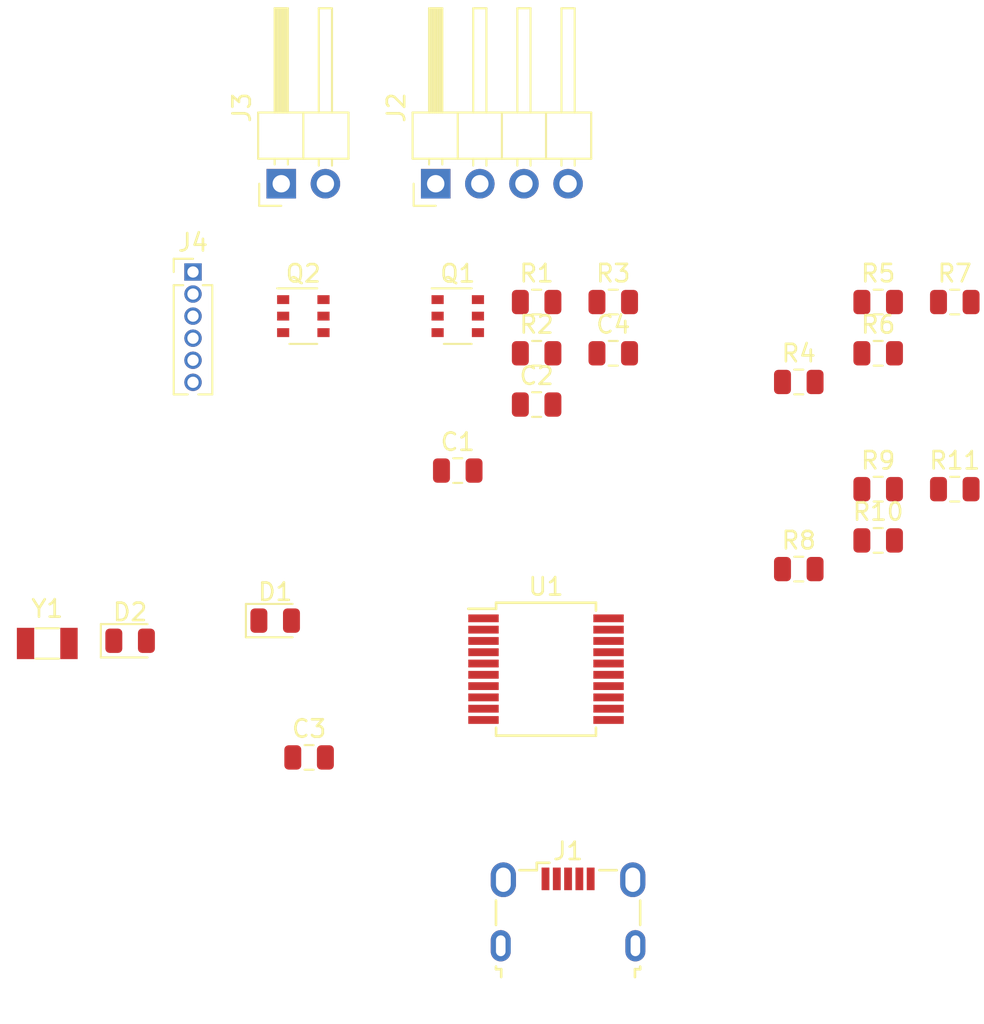
<source format=kicad_pcb>
(kicad_pcb (version 20171130) (host pcbnew 5.1.0)

  (general
    (thickness 1.6)
    (drawings 0)
    (tracks 0)
    (zones 0)
    (modules 25)
    (nets 28)
  )

  (page A4)
  (layers
    (0 F.Cu signal)
    (31 B.Cu signal)
    (32 B.Adhes user)
    (33 F.Adhes user)
    (34 B.Paste user)
    (35 F.Paste user)
    (36 B.SilkS user)
    (37 F.SilkS user)
    (38 B.Mask user)
    (39 F.Mask user)
    (40 Dwgs.User user)
    (41 Cmts.User user)
    (42 Eco1.User user)
    (43 Eco2.User user)
    (44 Edge.Cuts user)
    (45 Margin user)
    (46 B.CrtYd user)
    (47 F.CrtYd user)
    (48 B.Fab user)
    (49 F.Fab user)
  )

  (setup
    (last_trace_width 0.25)
    (trace_clearance 0.2)
    (zone_clearance 0.508)
    (zone_45_only no)
    (trace_min 0.2)
    (via_size 0.8)
    (via_drill 0.4)
    (via_min_size 0.4)
    (via_min_drill 0.3)
    (uvia_size 0.3)
    (uvia_drill 0.1)
    (uvias_allowed no)
    (uvia_min_size 0.2)
    (uvia_min_drill 0.1)
    (edge_width 0.05)
    (segment_width 0.2)
    (pcb_text_width 0.3)
    (pcb_text_size 1.5 1.5)
    (mod_edge_width 0.12)
    (mod_text_size 1 1)
    (mod_text_width 0.15)
    (pad_size 1.524 1.524)
    (pad_drill 0.762)
    (pad_to_mask_clearance 0.051)
    (solder_mask_min_width 0.25)
    (aux_axis_origin 0 0)
    (visible_elements FFFFFF7F)
    (pcbplotparams
      (layerselection 0x010fc_ffffffff)
      (usegerberextensions false)
      (usegerberattributes false)
      (usegerberadvancedattributes false)
      (creategerberjobfile false)
      (excludeedgelayer true)
      (linewidth 0.100000)
      (plotframeref false)
      (viasonmask false)
      (mode 1)
      (useauxorigin false)
      (hpglpennumber 1)
      (hpglpenspeed 20)
      (hpglpendiameter 15.000000)
      (psnegative false)
      (psa4output false)
      (plotreference true)
      (plotvalue true)
      (plotinvisibletext false)
      (padsonsilk false)
      (subtractmaskfromsilk false)
      (outputformat 1)
      (mirror false)
      (drillshape 1)
      (scaleselection 1)
      (outputdirectory ""))
  )

  (net 0 "")
  (net 1 GND)
  (net 2 +5V)
  (net 3 "Net-(C2-Pad2)")
  (net 4 "Net-(C3-Pad2)")
  (net 5 "Net-(C4-Pad2)")
  (net 6 "Net-(D1-Pad2)")
  (net 7 "Net-(D2-Pad2)")
  (net 8 /USB_D-)
  (net 9 /USB_D+)
  (net 10 "Net-(J1-Pad4)")
  (net 11 VPP)
  (net 12 /RX)
  (net 13 /TX)
  (net 14 /RTS)
  (net 15 /CTS)
  (net 16 /GP0)
  (net 17 /GP1)
  (net 18 /GP2)
  (net 19 /GP3)
  (net 20 /GP4)
  (net 21 /GP5)
  (net 22 /RX_5)
  (net 23 /TX_5)
  (net 24 /CTS_5)
  (net 25 /RTS_5)
  (net 26 /LED_RX)
  (net 27 /LED_TX)

  (net_class Default "This is the default net class."
    (clearance 0.2)
    (trace_width 0.25)
    (via_dia 0.8)
    (via_drill 0.4)
    (uvia_dia 0.3)
    (uvia_drill 0.1)
    (add_net +5V)
    (add_net /CTS)
    (add_net /CTS_5)
    (add_net /GP0)
    (add_net /GP1)
    (add_net /GP2)
    (add_net /GP3)
    (add_net /GP4)
    (add_net /GP5)
    (add_net /LED_RX)
    (add_net /LED_TX)
    (add_net /RTS)
    (add_net /RTS_5)
    (add_net /RX)
    (add_net /RX_5)
    (add_net /TX)
    (add_net /TX_5)
    (add_net /USB_D+)
    (add_net /USB_D-)
    (add_net GND)
    (add_net "Net-(C2-Pad2)")
    (add_net "Net-(C3-Pad2)")
    (add_net "Net-(C4-Pad2)")
    (add_net "Net-(D1-Pad2)")
    (add_net "Net-(D2-Pad2)")
    (add_net "Net-(J1-Pad4)")
    (add_net VPP)
  )

  (module Crystal:Crystal_SMD_3215-2Pin_3.2x1.5mm (layer F.Cu) (tedit 5A0FD1B2) (tstamp 5CD85E74)
    (at 83.05 106.47)
    (descr "SMD Crystal FC-135 https://support.epson.biz/td/api/doc_check.php?dl=brief_FC-135R_en.pdf")
    (tags "SMD SMT Crystal")
    (path /5CDC854E)
    (attr smd)
    (fp_text reference Y1 (at 0 -2) (layer F.SilkS)
      (effects (font (size 1 1) (thickness 0.15)))
    )
    (fp_text value Crystal (at 0 2) (layer F.Fab)
      (effects (font (size 1 1) (thickness 0.15)))
    )
    (fp_line (start 2 -1.15) (end 2 1.15) (layer F.CrtYd) (width 0.05))
    (fp_line (start -2 -1.15) (end -2 1.15) (layer F.CrtYd) (width 0.05))
    (fp_line (start -2 1.15) (end 2 1.15) (layer F.CrtYd) (width 0.05))
    (fp_line (start -1.6 0.75) (end 1.6 0.75) (layer F.Fab) (width 0.1))
    (fp_line (start -1.6 -0.75) (end 1.6 -0.75) (layer F.Fab) (width 0.1))
    (fp_line (start 1.6 -0.75) (end 1.6 0.75) (layer F.Fab) (width 0.1))
    (fp_line (start -0.675 -0.875) (end 0.675 -0.875) (layer F.SilkS) (width 0.12))
    (fp_line (start -0.675 0.875) (end 0.675 0.875) (layer F.SilkS) (width 0.12))
    (fp_line (start -1.6 -0.75) (end -1.6 0.75) (layer F.Fab) (width 0.1))
    (fp_line (start -2 -1.15) (end 2 -1.15) (layer F.CrtYd) (width 0.05))
    (fp_text user %R (at 0 -2) (layer F.Fab)
      (effects (font (size 1 1) (thickness 0.15)))
    )
    (pad 2 smd rect (at -1.25 0) (size 1 1.8) (layers F.Cu F.Paste F.Mask)
      (net 5 "Net-(C4-Pad2)"))
    (pad 1 smd rect (at 1.25 0) (size 1 1.8) (layers F.Cu F.Paste F.Mask)
      (net 4 "Net-(C3-Pad2)"))
    (model ${KISYS3DMOD}/Crystal.3dshapes/Crystal_SMD_3215-2Pin_3.2x1.5mm.wrl
      (at (xyz 0 0 0))
      (scale (xyz 1 1 1))
      (rotate (xyz 0 0 0))
    )
  )

  (module Package_SO:SSOP-20_5.3x7.2mm_P0.65mm (layer F.Cu) (tedit 5A02F25C) (tstamp 5CD85E63)
    (at 111.76 107.95)
    (descr "20-Lead Plastic Shrink Small Outline (SS)-5.30 mm Body [SSOP] (see Microchip Packaging Specification 00000049BS.pdf)")
    (tags "SSOP 0.65")
    (path /5CD6F647)
    (attr smd)
    (fp_text reference U1 (at 0 -4.75) (layer F.SilkS)
      (effects (font (size 1 1) (thickness 0.15)))
    )
    (fp_text value MCP2200-I-SS (at 0 4.75) (layer F.Fab)
      (effects (font (size 1 1) (thickness 0.15)))
    )
    (fp_text user %R (at 0 0) (layer F.Fab)
      (effects (font (size 0.8 0.8) (thickness 0.15)))
    )
    (fp_line (start -2.875 -3.475) (end -4.475 -3.475) (layer F.SilkS) (width 0.15))
    (fp_line (start -2.875 3.825) (end 2.875 3.825) (layer F.SilkS) (width 0.15))
    (fp_line (start -2.875 -3.825) (end 2.875 -3.825) (layer F.SilkS) (width 0.15))
    (fp_line (start -2.875 3.825) (end -2.875 3.375) (layer F.SilkS) (width 0.15))
    (fp_line (start 2.875 3.825) (end 2.875 3.375) (layer F.SilkS) (width 0.15))
    (fp_line (start 2.875 -3.825) (end 2.875 -3.375) (layer F.SilkS) (width 0.15))
    (fp_line (start -2.875 -3.825) (end -2.875 -3.475) (layer F.SilkS) (width 0.15))
    (fp_line (start -4.75 4) (end 4.75 4) (layer F.CrtYd) (width 0.05))
    (fp_line (start -4.75 -4) (end 4.75 -4) (layer F.CrtYd) (width 0.05))
    (fp_line (start 4.75 -4) (end 4.75 4) (layer F.CrtYd) (width 0.05))
    (fp_line (start -4.75 -4) (end -4.75 4) (layer F.CrtYd) (width 0.05))
    (fp_line (start -2.65 -2.6) (end -1.65 -3.6) (layer F.Fab) (width 0.15))
    (fp_line (start -2.65 3.6) (end -2.65 -2.6) (layer F.Fab) (width 0.15))
    (fp_line (start 2.65 3.6) (end -2.65 3.6) (layer F.Fab) (width 0.15))
    (fp_line (start 2.65 -3.6) (end 2.65 3.6) (layer F.Fab) (width 0.15))
    (fp_line (start -1.65 -3.6) (end 2.65 -3.6) (layer F.Fab) (width 0.15))
    (pad 20 smd rect (at 3.6 -2.925) (size 1.75 0.45) (layers F.Cu F.Paste F.Mask)
      (net 1 GND))
    (pad 19 smd rect (at 3.6 -2.275) (size 1.75 0.45) (layers F.Cu F.Paste F.Mask)
      (net 9 /USB_D+))
    (pad 18 smd rect (at 3.6 -1.625) (size 1.75 0.45) (layers F.Cu F.Paste F.Mask)
      (net 8 /USB_D-))
    (pad 17 smd rect (at 3.6 -0.975) (size 1.75 0.45) (layers F.Cu F.Paste F.Mask)
      (net 3 "Net-(C2-Pad2)"))
    (pad 16 smd rect (at 3.6 -0.325) (size 1.75 0.45) (layers F.Cu F.Paste F.Mask)
      (net 16 /GP0))
    (pad 15 smd rect (at 3.6 0.325) (size 1.75 0.45) (layers F.Cu F.Paste F.Mask)
      (net 17 /GP1))
    (pad 14 smd rect (at 3.6 0.975) (size 1.75 0.45) (layers F.Cu F.Paste F.Mask)
      (net 18 /GP2))
    (pad 13 smd rect (at 3.6 1.625) (size 1.75 0.45) (layers F.Cu F.Paste F.Mask)
      (net 24 /CTS_5))
    (pad 12 smd rect (at 3.6 2.275) (size 1.75 0.45) (layers F.Cu F.Paste F.Mask)
      (net 22 /RX_5))
    (pad 11 smd rect (at 3.6 2.925) (size 1.75 0.45) (layers F.Cu F.Paste F.Mask)
      (net 25 /RTS_5))
    (pad 10 smd rect (at -3.6 2.925) (size 1.75 0.45) (layers F.Cu F.Paste F.Mask)
      (net 23 /TX_5))
    (pad 9 smd rect (at -3.6 2.275) (size 1.75 0.45) (layers F.Cu F.Paste F.Mask)
      (net 19 /GP3))
    (pad 8 smd rect (at -3.6 1.625) (size 1.75 0.45) (layers F.Cu F.Paste F.Mask)
      (net 20 /GP4))
    (pad 7 smd rect (at -3.6 0.975) (size 1.75 0.45) (layers F.Cu F.Paste F.Mask)
      (net 21 /GP5))
    (pad 6 smd rect (at -3.6 0.325) (size 1.75 0.45) (layers F.Cu F.Paste F.Mask)
      (net 26 /LED_RX))
    (pad 5 smd rect (at -3.6 -0.325) (size 1.75 0.45) (layers F.Cu F.Paste F.Mask)
      (net 27 /LED_TX))
    (pad 4 smd rect (at -3.6 -0.975) (size 1.75 0.45) (layers F.Cu F.Paste F.Mask)
      (net 2 +5V))
    (pad 3 smd rect (at -3.6 -1.625) (size 1.75 0.45) (layers F.Cu F.Paste F.Mask)
      (net 5 "Net-(C4-Pad2)"))
    (pad 2 smd rect (at -3.6 -2.275) (size 1.75 0.45) (layers F.Cu F.Paste F.Mask)
      (net 4 "Net-(C3-Pad2)"))
    (pad 1 smd rect (at -3.6 -2.925) (size 1.75 0.45) (layers F.Cu F.Paste F.Mask)
      (net 2 +5V))
    (model ${KISYS3DMOD}/Package_SO.3dshapes/SSOP-20_5.3x7.2mm_P0.65mm.wrl
      (at (xyz 0 0 0))
      (scale (xyz 1 1 1))
      (rotate (xyz 0 0 0))
    )
  )

  (module Resistor_SMD:R_0805_2012Metric (layer F.Cu) (tedit 5B36C52B) (tstamp 5CD85E3A)
    (at 135.29 97.59)
    (descr "Resistor SMD 0805 (2012 Metric), square (rectangular) end terminal, IPC_7351 nominal, (Body size source: https://docs.google.com/spreadsheets/d/1BsfQQcO9C6DZCsRaXUlFlo91Tg2WpOkGARC1WS5S8t0/edit?usp=sharing), generated with kicad-footprint-generator")
    (tags resistor)
    (path /5CE21290/5CE17F1F)
    (attr smd)
    (fp_text reference R11 (at 0 -1.65) (layer F.SilkS)
      (effects (font (size 1 1) (thickness 0.15)))
    )
    (fp_text value 10K (at 0 1.65) (layer F.Fab)
      (effects (font (size 1 1) (thickness 0.15)))
    )
    (fp_text user %R (at 0 0) (layer F.Fab)
      (effects (font (size 0.5 0.5) (thickness 0.08)))
    )
    (fp_line (start 1.68 0.95) (end -1.68 0.95) (layer F.CrtYd) (width 0.05))
    (fp_line (start 1.68 -0.95) (end 1.68 0.95) (layer F.CrtYd) (width 0.05))
    (fp_line (start -1.68 -0.95) (end 1.68 -0.95) (layer F.CrtYd) (width 0.05))
    (fp_line (start -1.68 0.95) (end -1.68 -0.95) (layer F.CrtYd) (width 0.05))
    (fp_line (start -0.258578 0.71) (end 0.258578 0.71) (layer F.SilkS) (width 0.12))
    (fp_line (start -0.258578 -0.71) (end 0.258578 -0.71) (layer F.SilkS) (width 0.12))
    (fp_line (start 1 0.6) (end -1 0.6) (layer F.Fab) (width 0.1))
    (fp_line (start 1 -0.6) (end 1 0.6) (layer F.Fab) (width 0.1))
    (fp_line (start -1 -0.6) (end 1 -0.6) (layer F.Fab) (width 0.1))
    (fp_line (start -1 0.6) (end -1 -0.6) (layer F.Fab) (width 0.1))
    (pad 2 smd roundrect (at 0.9375 0) (size 0.975 1.4) (layers F.Cu F.Paste F.Mask) (roundrect_rratio 0.25)
      (net 24 /CTS_5))
    (pad 1 smd roundrect (at -0.9375 0) (size 0.975 1.4) (layers F.Cu F.Paste F.Mask) (roundrect_rratio 0.25)
      (net 2 +5V))
    (model ${KISYS3DMOD}/Resistor_SMD.3dshapes/R_0805_2012Metric.wrl
      (at (xyz 0 0 0))
      (scale (xyz 1 1 1))
      (rotate (xyz 0 0 0))
    )
  )

  (module Resistor_SMD:R_0805_2012Metric (layer F.Cu) (tedit 5B36C52B) (tstamp 5CD85E29)
    (at 130.88 100.54)
    (descr "Resistor SMD 0805 (2012 Metric), square (rectangular) end terminal, IPC_7351 nominal, (Body size source: https://docs.google.com/spreadsheets/d/1BsfQQcO9C6DZCsRaXUlFlo91Tg2WpOkGARC1WS5S8t0/edit?usp=sharing), generated with kicad-footprint-generator")
    (tags resistor)
    (path /5CE21290/5CE17F19)
    (attr smd)
    (fp_text reference R10 (at 0 -1.65) (layer F.SilkS)
      (effects (font (size 1 1) (thickness 0.15)))
    )
    (fp_text value 10K (at 0 1.65) (layer F.Fab)
      (effects (font (size 1 1) (thickness 0.15)))
    )
    (fp_text user %R (at 0 0) (layer F.Fab)
      (effects (font (size 0.5 0.5) (thickness 0.08)))
    )
    (fp_line (start 1.68 0.95) (end -1.68 0.95) (layer F.CrtYd) (width 0.05))
    (fp_line (start 1.68 -0.95) (end 1.68 0.95) (layer F.CrtYd) (width 0.05))
    (fp_line (start -1.68 -0.95) (end 1.68 -0.95) (layer F.CrtYd) (width 0.05))
    (fp_line (start -1.68 0.95) (end -1.68 -0.95) (layer F.CrtYd) (width 0.05))
    (fp_line (start -0.258578 0.71) (end 0.258578 0.71) (layer F.SilkS) (width 0.12))
    (fp_line (start -0.258578 -0.71) (end 0.258578 -0.71) (layer F.SilkS) (width 0.12))
    (fp_line (start 1 0.6) (end -1 0.6) (layer F.Fab) (width 0.1))
    (fp_line (start 1 -0.6) (end 1 0.6) (layer F.Fab) (width 0.1))
    (fp_line (start -1 -0.6) (end 1 -0.6) (layer F.Fab) (width 0.1))
    (fp_line (start -1 0.6) (end -1 -0.6) (layer F.Fab) (width 0.1))
    (pad 2 smd roundrect (at 0.9375 0) (size 0.975 1.4) (layers F.Cu F.Paste F.Mask) (roundrect_rratio 0.25)
      (net 15 /CTS))
    (pad 1 smd roundrect (at -0.9375 0) (size 0.975 1.4) (layers F.Cu F.Paste F.Mask) (roundrect_rratio 0.25)
      (net 11 VPP))
    (model ${KISYS3DMOD}/Resistor_SMD.3dshapes/R_0805_2012Metric.wrl
      (at (xyz 0 0 0))
      (scale (xyz 1 1 1))
      (rotate (xyz 0 0 0))
    )
  )

  (module Resistor_SMD:R_0805_2012Metric (layer F.Cu) (tedit 5B36C52B) (tstamp 5CD85E18)
    (at 130.88 97.59)
    (descr "Resistor SMD 0805 (2012 Metric), square (rectangular) end terminal, IPC_7351 nominal, (Body size source: https://docs.google.com/spreadsheets/d/1BsfQQcO9C6DZCsRaXUlFlo91Tg2WpOkGARC1WS5S8t0/edit?usp=sharing), generated with kicad-footprint-generator")
    (tags resistor)
    (path /5CE21290/5CE154F0)
    (attr smd)
    (fp_text reference R9 (at 0 -1.65) (layer F.SilkS)
      (effects (font (size 1 1) (thickness 0.15)))
    )
    (fp_text value 10K (at 0 1.65) (layer F.Fab)
      (effects (font (size 1 1) (thickness 0.15)))
    )
    (fp_text user %R (at 0 0) (layer F.Fab)
      (effects (font (size 0.5 0.5) (thickness 0.08)))
    )
    (fp_line (start 1.68 0.95) (end -1.68 0.95) (layer F.CrtYd) (width 0.05))
    (fp_line (start 1.68 -0.95) (end 1.68 0.95) (layer F.CrtYd) (width 0.05))
    (fp_line (start -1.68 -0.95) (end 1.68 -0.95) (layer F.CrtYd) (width 0.05))
    (fp_line (start -1.68 0.95) (end -1.68 -0.95) (layer F.CrtYd) (width 0.05))
    (fp_line (start -0.258578 0.71) (end 0.258578 0.71) (layer F.SilkS) (width 0.12))
    (fp_line (start -0.258578 -0.71) (end 0.258578 -0.71) (layer F.SilkS) (width 0.12))
    (fp_line (start 1 0.6) (end -1 0.6) (layer F.Fab) (width 0.1))
    (fp_line (start 1 -0.6) (end 1 0.6) (layer F.Fab) (width 0.1))
    (fp_line (start -1 -0.6) (end 1 -0.6) (layer F.Fab) (width 0.1))
    (fp_line (start -1 0.6) (end -1 -0.6) (layer F.Fab) (width 0.1))
    (pad 2 smd roundrect (at 0.9375 0) (size 0.975 1.4) (layers F.Cu F.Paste F.Mask) (roundrect_rratio 0.25)
      (net 25 /RTS_5))
    (pad 1 smd roundrect (at -0.9375 0) (size 0.975 1.4) (layers F.Cu F.Paste F.Mask) (roundrect_rratio 0.25)
      (net 2 +5V))
    (model ${KISYS3DMOD}/Resistor_SMD.3dshapes/R_0805_2012Metric.wrl
      (at (xyz 0 0 0))
      (scale (xyz 1 1 1))
      (rotate (xyz 0 0 0))
    )
  )

  (module Resistor_SMD:R_0805_2012Metric (layer F.Cu) (tedit 5B36C52B) (tstamp 5CD85E07)
    (at 126.31 102.19)
    (descr "Resistor SMD 0805 (2012 Metric), square (rectangular) end terminal, IPC_7351 nominal, (Body size source: https://docs.google.com/spreadsheets/d/1BsfQQcO9C6DZCsRaXUlFlo91Tg2WpOkGARC1WS5S8t0/edit?usp=sharing), generated with kicad-footprint-generator")
    (tags resistor)
    (path /5CE21290/5CE154EA)
    (attr smd)
    (fp_text reference R8 (at 0 -1.65) (layer F.SilkS)
      (effects (font (size 1 1) (thickness 0.15)))
    )
    (fp_text value 10K (at 0 1.65) (layer F.Fab)
      (effects (font (size 1 1) (thickness 0.15)))
    )
    (fp_text user %R (at 0 0) (layer F.Fab)
      (effects (font (size 0.5 0.5) (thickness 0.08)))
    )
    (fp_line (start 1.68 0.95) (end -1.68 0.95) (layer F.CrtYd) (width 0.05))
    (fp_line (start 1.68 -0.95) (end 1.68 0.95) (layer F.CrtYd) (width 0.05))
    (fp_line (start -1.68 -0.95) (end 1.68 -0.95) (layer F.CrtYd) (width 0.05))
    (fp_line (start -1.68 0.95) (end -1.68 -0.95) (layer F.CrtYd) (width 0.05))
    (fp_line (start -0.258578 0.71) (end 0.258578 0.71) (layer F.SilkS) (width 0.12))
    (fp_line (start -0.258578 -0.71) (end 0.258578 -0.71) (layer F.SilkS) (width 0.12))
    (fp_line (start 1 0.6) (end -1 0.6) (layer F.Fab) (width 0.1))
    (fp_line (start 1 -0.6) (end 1 0.6) (layer F.Fab) (width 0.1))
    (fp_line (start -1 -0.6) (end 1 -0.6) (layer F.Fab) (width 0.1))
    (fp_line (start -1 0.6) (end -1 -0.6) (layer F.Fab) (width 0.1))
    (pad 2 smd roundrect (at 0.9375 0) (size 0.975 1.4) (layers F.Cu F.Paste F.Mask) (roundrect_rratio 0.25)
      (net 14 /RTS))
    (pad 1 smd roundrect (at -0.9375 0) (size 0.975 1.4) (layers F.Cu F.Paste F.Mask) (roundrect_rratio 0.25)
      (net 11 VPP))
    (model ${KISYS3DMOD}/Resistor_SMD.3dshapes/R_0805_2012Metric.wrl
      (at (xyz 0 0 0))
      (scale (xyz 1 1 1))
      (rotate (xyz 0 0 0))
    )
  )

  (module Resistor_SMD:R_0805_2012Metric (layer F.Cu) (tedit 5B36C52B) (tstamp 5CD85DF6)
    (at 135.29 86.82)
    (descr "Resistor SMD 0805 (2012 Metric), square (rectangular) end terminal, IPC_7351 nominal, (Body size source: https://docs.google.com/spreadsheets/d/1BsfQQcO9C6DZCsRaXUlFlo91Tg2WpOkGARC1WS5S8t0/edit?usp=sharing), generated with kicad-footprint-generator")
    (tags resistor)
    (path /5CE12B9C/5CE17F1F)
    (attr smd)
    (fp_text reference R7 (at 0 -1.65) (layer F.SilkS)
      (effects (font (size 1 1) (thickness 0.15)))
    )
    (fp_text value 10K (at 0 1.65) (layer F.Fab)
      (effects (font (size 1 1) (thickness 0.15)))
    )
    (fp_text user %R (at 0 0) (layer F.Fab)
      (effects (font (size 0.5 0.5) (thickness 0.08)))
    )
    (fp_line (start 1.68 0.95) (end -1.68 0.95) (layer F.CrtYd) (width 0.05))
    (fp_line (start 1.68 -0.95) (end 1.68 0.95) (layer F.CrtYd) (width 0.05))
    (fp_line (start -1.68 -0.95) (end 1.68 -0.95) (layer F.CrtYd) (width 0.05))
    (fp_line (start -1.68 0.95) (end -1.68 -0.95) (layer F.CrtYd) (width 0.05))
    (fp_line (start -0.258578 0.71) (end 0.258578 0.71) (layer F.SilkS) (width 0.12))
    (fp_line (start -0.258578 -0.71) (end 0.258578 -0.71) (layer F.SilkS) (width 0.12))
    (fp_line (start 1 0.6) (end -1 0.6) (layer F.Fab) (width 0.1))
    (fp_line (start 1 -0.6) (end 1 0.6) (layer F.Fab) (width 0.1))
    (fp_line (start -1 -0.6) (end 1 -0.6) (layer F.Fab) (width 0.1))
    (fp_line (start -1 0.6) (end -1 -0.6) (layer F.Fab) (width 0.1))
    (pad 2 smd roundrect (at 0.9375 0) (size 0.975 1.4) (layers F.Cu F.Paste F.Mask) (roundrect_rratio 0.25)
      (net 23 /TX_5))
    (pad 1 smd roundrect (at -0.9375 0) (size 0.975 1.4) (layers F.Cu F.Paste F.Mask) (roundrect_rratio 0.25)
      (net 2 +5V))
    (model ${KISYS3DMOD}/Resistor_SMD.3dshapes/R_0805_2012Metric.wrl
      (at (xyz 0 0 0))
      (scale (xyz 1 1 1))
      (rotate (xyz 0 0 0))
    )
  )

  (module Resistor_SMD:R_0805_2012Metric (layer F.Cu) (tedit 5B36C52B) (tstamp 5CD85DE5)
    (at 130.88 89.77)
    (descr "Resistor SMD 0805 (2012 Metric), square (rectangular) end terminal, IPC_7351 nominal, (Body size source: https://docs.google.com/spreadsheets/d/1BsfQQcO9C6DZCsRaXUlFlo91Tg2WpOkGARC1WS5S8t0/edit?usp=sharing), generated with kicad-footprint-generator")
    (tags resistor)
    (path /5CE12B9C/5CE17F19)
    (attr smd)
    (fp_text reference R6 (at 0 -1.65) (layer F.SilkS)
      (effects (font (size 1 1) (thickness 0.15)))
    )
    (fp_text value 10K (at 0 1.65) (layer F.Fab)
      (effects (font (size 1 1) (thickness 0.15)))
    )
    (fp_text user %R (at 0 0) (layer F.Fab)
      (effects (font (size 0.5 0.5) (thickness 0.08)))
    )
    (fp_line (start 1.68 0.95) (end -1.68 0.95) (layer F.CrtYd) (width 0.05))
    (fp_line (start 1.68 -0.95) (end 1.68 0.95) (layer F.CrtYd) (width 0.05))
    (fp_line (start -1.68 -0.95) (end 1.68 -0.95) (layer F.CrtYd) (width 0.05))
    (fp_line (start -1.68 0.95) (end -1.68 -0.95) (layer F.CrtYd) (width 0.05))
    (fp_line (start -0.258578 0.71) (end 0.258578 0.71) (layer F.SilkS) (width 0.12))
    (fp_line (start -0.258578 -0.71) (end 0.258578 -0.71) (layer F.SilkS) (width 0.12))
    (fp_line (start 1 0.6) (end -1 0.6) (layer F.Fab) (width 0.1))
    (fp_line (start 1 -0.6) (end 1 0.6) (layer F.Fab) (width 0.1))
    (fp_line (start -1 -0.6) (end 1 -0.6) (layer F.Fab) (width 0.1))
    (fp_line (start -1 0.6) (end -1 -0.6) (layer F.Fab) (width 0.1))
    (pad 2 smd roundrect (at 0.9375 0) (size 0.975 1.4) (layers F.Cu F.Paste F.Mask) (roundrect_rratio 0.25)
      (net 13 /TX))
    (pad 1 smd roundrect (at -0.9375 0) (size 0.975 1.4) (layers F.Cu F.Paste F.Mask) (roundrect_rratio 0.25)
      (net 11 VPP))
    (model ${KISYS3DMOD}/Resistor_SMD.3dshapes/R_0805_2012Metric.wrl
      (at (xyz 0 0 0))
      (scale (xyz 1 1 1))
      (rotate (xyz 0 0 0))
    )
  )

  (module Resistor_SMD:R_0805_2012Metric (layer F.Cu) (tedit 5B36C52B) (tstamp 5CD85DD4)
    (at 130.88 86.82)
    (descr "Resistor SMD 0805 (2012 Metric), square (rectangular) end terminal, IPC_7351 nominal, (Body size source: https://docs.google.com/spreadsheets/d/1BsfQQcO9C6DZCsRaXUlFlo91Tg2WpOkGARC1WS5S8t0/edit?usp=sharing), generated with kicad-footprint-generator")
    (tags resistor)
    (path /5CE12B9C/5CE154F0)
    (attr smd)
    (fp_text reference R5 (at 0 -1.65) (layer F.SilkS)
      (effects (font (size 1 1) (thickness 0.15)))
    )
    (fp_text value 10K (at 0 1.65) (layer F.Fab)
      (effects (font (size 1 1) (thickness 0.15)))
    )
    (fp_text user %R (at 0 0) (layer F.Fab)
      (effects (font (size 0.5 0.5) (thickness 0.08)))
    )
    (fp_line (start 1.68 0.95) (end -1.68 0.95) (layer F.CrtYd) (width 0.05))
    (fp_line (start 1.68 -0.95) (end 1.68 0.95) (layer F.CrtYd) (width 0.05))
    (fp_line (start -1.68 -0.95) (end 1.68 -0.95) (layer F.CrtYd) (width 0.05))
    (fp_line (start -1.68 0.95) (end -1.68 -0.95) (layer F.CrtYd) (width 0.05))
    (fp_line (start -0.258578 0.71) (end 0.258578 0.71) (layer F.SilkS) (width 0.12))
    (fp_line (start -0.258578 -0.71) (end 0.258578 -0.71) (layer F.SilkS) (width 0.12))
    (fp_line (start 1 0.6) (end -1 0.6) (layer F.Fab) (width 0.1))
    (fp_line (start 1 -0.6) (end 1 0.6) (layer F.Fab) (width 0.1))
    (fp_line (start -1 -0.6) (end 1 -0.6) (layer F.Fab) (width 0.1))
    (fp_line (start -1 0.6) (end -1 -0.6) (layer F.Fab) (width 0.1))
    (pad 2 smd roundrect (at 0.9375 0) (size 0.975 1.4) (layers F.Cu F.Paste F.Mask) (roundrect_rratio 0.25)
      (net 22 /RX_5))
    (pad 1 smd roundrect (at -0.9375 0) (size 0.975 1.4) (layers F.Cu F.Paste F.Mask) (roundrect_rratio 0.25)
      (net 2 +5V))
    (model ${KISYS3DMOD}/Resistor_SMD.3dshapes/R_0805_2012Metric.wrl
      (at (xyz 0 0 0))
      (scale (xyz 1 1 1))
      (rotate (xyz 0 0 0))
    )
  )

  (module Resistor_SMD:R_0805_2012Metric (layer F.Cu) (tedit 5B36C52B) (tstamp 5CD85DC3)
    (at 126.31 91.42)
    (descr "Resistor SMD 0805 (2012 Metric), square (rectangular) end terminal, IPC_7351 nominal, (Body size source: https://docs.google.com/spreadsheets/d/1BsfQQcO9C6DZCsRaXUlFlo91Tg2WpOkGARC1WS5S8t0/edit?usp=sharing), generated with kicad-footprint-generator")
    (tags resistor)
    (path /5CE12B9C/5CE154EA)
    (attr smd)
    (fp_text reference R4 (at 0 -1.65) (layer F.SilkS)
      (effects (font (size 1 1) (thickness 0.15)))
    )
    (fp_text value 10K (at 0 1.65) (layer F.Fab)
      (effects (font (size 1 1) (thickness 0.15)))
    )
    (fp_text user %R (at 0 0) (layer F.Fab)
      (effects (font (size 0.5 0.5) (thickness 0.08)))
    )
    (fp_line (start 1.68 0.95) (end -1.68 0.95) (layer F.CrtYd) (width 0.05))
    (fp_line (start 1.68 -0.95) (end 1.68 0.95) (layer F.CrtYd) (width 0.05))
    (fp_line (start -1.68 -0.95) (end 1.68 -0.95) (layer F.CrtYd) (width 0.05))
    (fp_line (start -1.68 0.95) (end -1.68 -0.95) (layer F.CrtYd) (width 0.05))
    (fp_line (start -0.258578 0.71) (end 0.258578 0.71) (layer F.SilkS) (width 0.12))
    (fp_line (start -0.258578 -0.71) (end 0.258578 -0.71) (layer F.SilkS) (width 0.12))
    (fp_line (start 1 0.6) (end -1 0.6) (layer F.Fab) (width 0.1))
    (fp_line (start 1 -0.6) (end 1 0.6) (layer F.Fab) (width 0.1))
    (fp_line (start -1 -0.6) (end 1 -0.6) (layer F.Fab) (width 0.1))
    (fp_line (start -1 0.6) (end -1 -0.6) (layer F.Fab) (width 0.1))
    (pad 2 smd roundrect (at 0.9375 0) (size 0.975 1.4) (layers F.Cu F.Paste F.Mask) (roundrect_rratio 0.25)
      (net 12 /RX))
    (pad 1 smd roundrect (at -0.9375 0) (size 0.975 1.4) (layers F.Cu F.Paste F.Mask) (roundrect_rratio 0.25)
      (net 11 VPP))
    (model ${KISYS3DMOD}/Resistor_SMD.3dshapes/R_0805_2012Metric.wrl
      (at (xyz 0 0 0))
      (scale (xyz 1 1 1))
      (rotate (xyz 0 0 0))
    )
  )

  (module Resistor_SMD:R_0805_2012Metric (layer F.Cu) (tedit 5B36C52B) (tstamp 5CD85DB2)
    (at 115.63 86.82)
    (descr "Resistor SMD 0805 (2012 Metric), square (rectangular) end terminal, IPC_7351 nominal, (Body size source: https://docs.google.com/spreadsheets/d/1BsfQQcO9C6DZCsRaXUlFlo91Tg2WpOkGARC1WS5S8t0/edit?usp=sharing), generated with kicad-footprint-generator")
    (tags resistor)
    (path /5CE54802)
    (attr smd)
    (fp_text reference R3 (at 0 -1.65) (layer F.SilkS)
      (effects (font (size 1 1) (thickness 0.15)))
    )
    (fp_text value 1k5 (at 0 1.65) (layer F.Fab)
      (effects (font (size 1 1) (thickness 0.15)))
    )
    (fp_text user %R (at 0 0) (layer F.Fab)
      (effects (font (size 0.5 0.5) (thickness 0.08)))
    )
    (fp_line (start 1.68 0.95) (end -1.68 0.95) (layer F.CrtYd) (width 0.05))
    (fp_line (start 1.68 -0.95) (end 1.68 0.95) (layer F.CrtYd) (width 0.05))
    (fp_line (start -1.68 -0.95) (end 1.68 -0.95) (layer F.CrtYd) (width 0.05))
    (fp_line (start -1.68 0.95) (end -1.68 -0.95) (layer F.CrtYd) (width 0.05))
    (fp_line (start -0.258578 0.71) (end 0.258578 0.71) (layer F.SilkS) (width 0.12))
    (fp_line (start -0.258578 -0.71) (end 0.258578 -0.71) (layer F.SilkS) (width 0.12))
    (fp_line (start 1 0.6) (end -1 0.6) (layer F.Fab) (width 0.1))
    (fp_line (start 1 -0.6) (end 1 0.6) (layer F.Fab) (width 0.1))
    (fp_line (start -1 -0.6) (end 1 -0.6) (layer F.Fab) (width 0.1))
    (fp_line (start -1 0.6) (end -1 -0.6) (layer F.Fab) (width 0.1))
    (pad 2 smd roundrect (at 0.9375 0) (size 0.975 1.4) (layers F.Cu F.Paste F.Mask) (roundrect_rratio 0.25)
      (net 7 "Net-(D2-Pad2)"))
    (pad 1 smd roundrect (at -0.9375 0) (size 0.975 1.4) (layers F.Cu F.Paste F.Mask) (roundrect_rratio 0.25)
      (net 27 /LED_TX))
    (model ${KISYS3DMOD}/Resistor_SMD.3dshapes/R_0805_2012Metric.wrl
      (at (xyz 0 0 0))
      (scale (xyz 1 1 1))
      (rotate (xyz 0 0 0))
    )
  )

  (module Resistor_SMD:R_0805_2012Metric (layer F.Cu) (tedit 5B36C52B) (tstamp 5CD85DA1)
    (at 111.22 89.77)
    (descr "Resistor SMD 0805 (2012 Metric), square (rectangular) end terminal, IPC_7351 nominal, (Body size source: https://docs.google.com/spreadsheets/d/1BsfQQcO9C6DZCsRaXUlFlo91Tg2WpOkGARC1WS5S8t0/edit?usp=sharing), generated with kicad-footprint-generator")
    (tags resistor)
    (path /5CE4F01B)
    (attr smd)
    (fp_text reference R2 (at 0 -1.65) (layer F.SilkS)
      (effects (font (size 1 1) (thickness 0.15)))
    )
    (fp_text value 1k5 (at 0 1.65) (layer F.Fab)
      (effects (font (size 1 1) (thickness 0.15)))
    )
    (fp_text user %R (at 0 0) (layer F.Fab)
      (effects (font (size 0.5 0.5) (thickness 0.08)))
    )
    (fp_line (start 1.68 0.95) (end -1.68 0.95) (layer F.CrtYd) (width 0.05))
    (fp_line (start 1.68 -0.95) (end 1.68 0.95) (layer F.CrtYd) (width 0.05))
    (fp_line (start -1.68 -0.95) (end 1.68 -0.95) (layer F.CrtYd) (width 0.05))
    (fp_line (start -1.68 0.95) (end -1.68 -0.95) (layer F.CrtYd) (width 0.05))
    (fp_line (start -0.258578 0.71) (end 0.258578 0.71) (layer F.SilkS) (width 0.12))
    (fp_line (start -0.258578 -0.71) (end 0.258578 -0.71) (layer F.SilkS) (width 0.12))
    (fp_line (start 1 0.6) (end -1 0.6) (layer F.Fab) (width 0.1))
    (fp_line (start 1 -0.6) (end 1 0.6) (layer F.Fab) (width 0.1))
    (fp_line (start -1 -0.6) (end 1 -0.6) (layer F.Fab) (width 0.1))
    (fp_line (start -1 0.6) (end -1 -0.6) (layer F.Fab) (width 0.1))
    (pad 2 smd roundrect (at 0.9375 0) (size 0.975 1.4) (layers F.Cu F.Paste F.Mask) (roundrect_rratio 0.25)
      (net 6 "Net-(D1-Pad2)"))
    (pad 1 smd roundrect (at -0.9375 0) (size 0.975 1.4) (layers F.Cu F.Paste F.Mask) (roundrect_rratio 0.25)
      (net 26 /LED_RX))
    (model ${KISYS3DMOD}/Resistor_SMD.3dshapes/R_0805_2012Metric.wrl
      (at (xyz 0 0 0))
      (scale (xyz 1 1 1))
      (rotate (xyz 0 0 0))
    )
  )

  (module Resistor_SMD:R_0805_2012Metric (layer F.Cu) (tedit 5B36C52B) (tstamp 5CD85D90)
    (at 111.22 86.82)
    (descr "Resistor SMD 0805 (2012 Metric), square (rectangular) end terminal, IPC_7351 nominal, (Body size source: https://docs.google.com/spreadsheets/d/1BsfQQcO9C6DZCsRaXUlFlo91Tg2WpOkGARC1WS5S8t0/edit?usp=sharing), generated with kicad-footprint-generator")
    (tags resistor)
    (path /5CE5CC7E)
    (attr smd)
    (fp_text reference R1 (at 0 -1.65) (layer F.SilkS)
      (effects (font (size 1 1) (thickness 0.15)))
    )
    (fp_text value 10M (at 0 1.65) (layer F.Fab)
      (effects (font (size 1 1) (thickness 0.15)))
    )
    (fp_text user %R (at 0 0) (layer F.Fab)
      (effects (font (size 0.5 0.5) (thickness 0.08)))
    )
    (fp_line (start 1.68 0.95) (end -1.68 0.95) (layer F.CrtYd) (width 0.05))
    (fp_line (start 1.68 -0.95) (end 1.68 0.95) (layer F.CrtYd) (width 0.05))
    (fp_line (start -1.68 -0.95) (end 1.68 -0.95) (layer F.CrtYd) (width 0.05))
    (fp_line (start -1.68 0.95) (end -1.68 -0.95) (layer F.CrtYd) (width 0.05))
    (fp_line (start -0.258578 0.71) (end 0.258578 0.71) (layer F.SilkS) (width 0.12))
    (fp_line (start -0.258578 -0.71) (end 0.258578 -0.71) (layer F.SilkS) (width 0.12))
    (fp_line (start 1 0.6) (end -1 0.6) (layer F.Fab) (width 0.1))
    (fp_line (start 1 -0.6) (end 1 0.6) (layer F.Fab) (width 0.1))
    (fp_line (start -1 -0.6) (end 1 -0.6) (layer F.Fab) (width 0.1))
    (fp_line (start -1 0.6) (end -1 -0.6) (layer F.Fab) (width 0.1))
    (pad 2 smd roundrect (at 0.9375 0) (size 0.975 1.4) (layers F.Cu F.Paste F.Mask) (roundrect_rratio 0.25)
      (net 1 GND))
    (pad 1 smd roundrect (at -0.9375 0) (size 0.975 1.4) (layers F.Cu F.Paste F.Mask) (roundrect_rratio 0.25)
      (net 11 VPP))
    (model ${KISYS3DMOD}/Resistor_SMD.3dshapes/R_0805_2012Metric.wrl
      (at (xyz 0 0 0))
      (scale (xyz 1 1 1))
      (rotate (xyz 0 0 0))
    )
  )

  (module Package_SO:TSOP-6_1.65x3.05mm_P0.95mm (layer F.Cu) (tedit 5A02F25C) (tstamp 5CD85D7F)
    (at 97.79 87.63)
    (descr "TSOP-6 package (comparable to TSOT-23), https://www.vishay.com/docs/71200/71200.pdf")
    (tags "Jedec MO-193C TSOP-6L")
    (path /5CE21290/5CE1550C)
    (attr smd)
    (fp_text reference Q2 (at 0 -2.45) (layer F.SilkS)
      (effects (font (size 1 1) (thickness 0.15)))
    )
    (fp_text value BSS138BKS (at 0 2.5) (layer F.Fab)
      (effects (font (size 1 1) (thickness 0.15)))
    )
    (fp_line (start 1.76 1.77) (end -1.76 1.77) (layer F.CrtYd) (width 0.05))
    (fp_line (start 1.76 1.77) (end 1.76 -1.78) (layer F.CrtYd) (width 0.05))
    (fp_line (start -1.76 -1.78) (end -1.76 1.77) (layer F.CrtYd) (width 0.05))
    (fp_line (start -1.76 -1.78) (end 1.76 -1.78) (layer F.CrtYd) (width 0.05))
    (fp_line (start 0.825 -1.525) (end 0.825 1.525) (layer F.Fab) (width 0.1))
    (fp_line (start 0.825 1.525) (end -0.825 1.525) (layer F.Fab) (width 0.1))
    (fp_line (start -0.825 -1.1) (end -0.825 1.525) (layer F.Fab) (width 0.1))
    (fp_line (start 0.825 -1.525) (end -0.425 -1.525) (layer F.Fab) (width 0.1))
    (fp_line (start -0.825 -1.1) (end -0.425 -1.525) (layer F.Fab) (width 0.1))
    (fp_line (start 0.8 -1.6) (end -1.5 -1.6) (layer F.SilkS) (width 0.12))
    (fp_line (start -0.8 1.6) (end 0.8 1.6) (layer F.SilkS) (width 0.12))
    (fp_text user %R (at 0 0 90) (layer F.Fab)
      (effects (font (size 0.5 0.5) (thickness 0.075)))
    )
    (pad 6 smd rect (at 1.16 -0.95) (size 0.7 0.51) (layers F.Cu F.Paste F.Mask)
      (net 24 /CTS_5))
    (pad 5 smd rect (at 1.16 0) (size 0.7 0.51) (layers F.Cu F.Paste F.Mask)
      (net 11 VPP))
    (pad 4 smd rect (at 1.16 0.95) (size 0.7 0.51) (layers F.Cu F.Paste F.Mask)
      (net 15 /CTS))
    (pad 3 smd rect (at -1.16 0.95) (size 0.7 0.51) (layers F.Cu F.Paste F.Mask)
      (net 25 /RTS_5))
    (pad 2 smd rect (at -1.16 0) (size 0.7 0.51) (layers F.Cu F.Paste F.Mask)
      (net 11 VPP))
    (pad 1 smd rect (at -1.16 -0.95) (size 0.7 0.51) (layers F.Cu F.Paste F.Mask)
      (net 14 /RTS))
    (model ${KISYS3DMOD}/Package_SO.3dshapes/TSOP-6_1.65x3.05mm_P0.95mm.wrl
      (at (xyz 0 0 0))
      (scale (xyz 1 1 1))
      (rotate (xyz 0 0 0))
    )
  )

  (module Package_SO:TSOP-6_1.65x3.05mm_P0.95mm (layer F.Cu) (tedit 5A02F25C) (tstamp 5CD85D69)
    (at 106.68 87.63)
    (descr "TSOP-6 package (comparable to TSOT-23), https://www.vishay.com/docs/71200/71200.pdf")
    (tags "Jedec MO-193C TSOP-6L")
    (path /5CE12B9C/5CE1550C)
    (attr smd)
    (fp_text reference Q1 (at 0 -2.45) (layer F.SilkS)
      (effects (font (size 1 1) (thickness 0.15)))
    )
    (fp_text value BSS138BKS (at 0 2.5) (layer F.Fab)
      (effects (font (size 1 1) (thickness 0.15)))
    )
    (fp_line (start 1.76 1.77) (end -1.76 1.77) (layer F.CrtYd) (width 0.05))
    (fp_line (start 1.76 1.77) (end 1.76 -1.78) (layer F.CrtYd) (width 0.05))
    (fp_line (start -1.76 -1.78) (end -1.76 1.77) (layer F.CrtYd) (width 0.05))
    (fp_line (start -1.76 -1.78) (end 1.76 -1.78) (layer F.CrtYd) (width 0.05))
    (fp_line (start 0.825 -1.525) (end 0.825 1.525) (layer F.Fab) (width 0.1))
    (fp_line (start 0.825 1.525) (end -0.825 1.525) (layer F.Fab) (width 0.1))
    (fp_line (start -0.825 -1.1) (end -0.825 1.525) (layer F.Fab) (width 0.1))
    (fp_line (start 0.825 -1.525) (end -0.425 -1.525) (layer F.Fab) (width 0.1))
    (fp_line (start -0.825 -1.1) (end -0.425 -1.525) (layer F.Fab) (width 0.1))
    (fp_line (start 0.8 -1.6) (end -1.5 -1.6) (layer F.SilkS) (width 0.12))
    (fp_line (start -0.8 1.6) (end 0.8 1.6) (layer F.SilkS) (width 0.12))
    (fp_text user %R (at 0 0 90) (layer F.Fab)
      (effects (font (size 0.5 0.5) (thickness 0.075)))
    )
    (pad 6 smd rect (at 1.16 -0.95) (size 0.7 0.51) (layers F.Cu F.Paste F.Mask)
      (net 23 /TX_5))
    (pad 5 smd rect (at 1.16 0) (size 0.7 0.51) (layers F.Cu F.Paste F.Mask)
      (net 11 VPP))
    (pad 4 smd rect (at 1.16 0.95) (size 0.7 0.51) (layers F.Cu F.Paste F.Mask)
      (net 13 /TX))
    (pad 3 smd rect (at -1.16 0.95) (size 0.7 0.51) (layers F.Cu F.Paste F.Mask)
      (net 22 /RX_5))
    (pad 2 smd rect (at -1.16 0) (size 0.7 0.51) (layers F.Cu F.Paste F.Mask)
      (net 11 VPP))
    (pad 1 smd rect (at -1.16 -0.95) (size 0.7 0.51) (layers F.Cu F.Paste F.Mask)
      (net 12 /RX))
    (model ${KISYS3DMOD}/Package_SO.3dshapes/TSOP-6_1.65x3.05mm_P0.95mm.wrl
      (at (xyz 0 0 0))
      (scale (xyz 1 1 1))
      (rotate (xyz 0 0 0))
    )
  )

  (module Connector_PinHeader_1.27mm:PinHeader_1x06_P1.27mm_Vertical (layer F.Cu) (tedit 59FED6E3) (tstamp 5CD85D53)
    (at 91.44 85.09)
    (descr "Through hole straight pin header, 1x06, 1.27mm pitch, single row")
    (tags "Through hole pin header THT 1x06 1.27mm single row")
    (path /5CE3E385)
    (fp_text reference J4 (at 0 -1.695) (layer F.SilkS)
      (effects (font (size 1 1) (thickness 0.15)))
    )
    (fp_text value Conn_01x06 (at 0 8.045) (layer F.Fab)
      (effects (font (size 1 1) (thickness 0.15)))
    )
    (fp_text user %R (at 0 3.175 90) (layer F.Fab)
      (effects (font (size 1 1) (thickness 0.15)))
    )
    (fp_line (start 1.55 -1.15) (end -1.55 -1.15) (layer F.CrtYd) (width 0.05))
    (fp_line (start 1.55 7.5) (end 1.55 -1.15) (layer F.CrtYd) (width 0.05))
    (fp_line (start -1.55 7.5) (end 1.55 7.5) (layer F.CrtYd) (width 0.05))
    (fp_line (start -1.55 -1.15) (end -1.55 7.5) (layer F.CrtYd) (width 0.05))
    (fp_line (start -1.11 -0.76) (end 0 -0.76) (layer F.SilkS) (width 0.12))
    (fp_line (start -1.11 0) (end -1.11 -0.76) (layer F.SilkS) (width 0.12))
    (fp_line (start 0.563471 0.76) (end 1.11 0.76) (layer F.SilkS) (width 0.12))
    (fp_line (start -1.11 0.76) (end -0.563471 0.76) (layer F.SilkS) (width 0.12))
    (fp_line (start 1.11 0.76) (end 1.11 7.045) (layer F.SilkS) (width 0.12))
    (fp_line (start -1.11 0.76) (end -1.11 7.045) (layer F.SilkS) (width 0.12))
    (fp_line (start 0.30753 7.045) (end 1.11 7.045) (layer F.SilkS) (width 0.12))
    (fp_line (start -1.11 7.045) (end -0.30753 7.045) (layer F.SilkS) (width 0.12))
    (fp_line (start -1.05 -0.11) (end -0.525 -0.635) (layer F.Fab) (width 0.1))
    (fp_line (start -1.05 6.985) (end -1.05 -0.11) (layer F.Fab) (width 0.1))
    (fp_line (start 1.05 6.985) (end -1.05 6.985) (layer F.Fab) (width 0.1))
    (fp_line (start 1.05 -0.635) (end 1.05 6.985) (layer F.Fab) (width 0.1))
    (fp_line (start -0.525 -0.635) (end 1.05 -0.635) (layer F.Fab) (width 0.1))
    (pad 6 thru_hole oval (at 0 6.35) (size 1 1) (drill 0.65) (layers *.Cu *.Mask)
      (net 21 /GP5))
    (pad 5 thru_hole oval (at 0 5.08) (size 1 1) (drill 0.65) (layers *.Cu *.Mask)
      (net 20 /GP4))
    (pad 4 thru_hole oval (at 0 3.81) (size 1 1) (drill 0.65) (layers *.Cu *.Mask)
      (net 19 /GP3))
    (pad 3 thru_hole oval (at 0 2.54) (size 1 1) (drill 0.65) (layers *.Cu *.Mask)
      (net 18 /GP2))
    (pad 2 thru_hole oval (at 0 1.27) (size 1 1) (drill 0.65) (layers *.Cu *.Mask)
      (net 17 /GP1))
    (pad 1 thru_hole rect (at 0 0) (size 1 1) (drill 0.65) (layers *.Cu *.Mask)
      (net 16 /GP0))
    (model ${KISYS3DMOD}/Connector_PinHeader_1.27mm.3dshapes/PinHeader_1x06_P1.27mm_Vertical.wrl
      (at (xyz 0 0 0))
      (scale (xyz 1 1 1))
      (rotate (xyz 0 0 0))
    )
  )

  (module Connector_PinHeader_2.54mm:PinHeader_1x02_P2.54mm_Horizontal (layer F.Cu) (tedit 59FED5CB) (tstamp 5CD866AE)
    (at 96.52 80.01 90)
    (descr "Through hole angled pin header, 1x02, 2.54mm pitch, 6mm pin length, single row")
    (tags "Through hole angled pin header THT 1x02 2.54mm single row")
    (path /5CE365FF)
    (fp_text reference J3 (at 4.385 -2.27 90) (layer F.SilkS)
      (effects (font (size 1 1) (thickness 0.15)))
    )
    (fp_text value Conn_01x02 (at 4.385 4.81 90) (layer F.Fab)
      (effects (font (size 1 1) (thickness 0.15)))
    )
    (fp_text user %R (at 2.77 1.27 180) (layer F.Fab)
      (effects (font (size 1 1) (thickness 0.15)))
    )
    (fp_line (start 10.55 -1.8) (end -1.8 -1.8) (layer F.CrtYd) (width 0.05))
    (fp_line (start 10.55 4.35) (end 10.55 -1.8) (layer F.CrtYd) (width 0.05))
    (fp_line (start -1.8 4.35) (end 10.55 4.35) (layer F.CrtYd) (width 0.05))
    (fp_line (start -1.8 -1.8) (end -1.8 4.35) (layer F.CrtYd) (width 0.05))
    (fp_line (start -1.27 -1.27) (end 0 -1.27) (layer F.SilkS) (width 0.12))
    (fp_line (start -1.27 0) (end -1.27 -1.27) (layer F.SilkS) (width 0.12))
    (fp_line (start 1.042929 2.92) (end 1.44 2.92) (layer F.SilkS) (width 0.12))
    (fp_line (start 1.042929 2.16) (end 1.44 2.16) (layer F.SilkS) (width 0.12))
    (fp_line (start 10.1 2.92) (end 4.1 2.92) (layer F.SilkS) (width 0.12))
    (fp_line (start 10.1 2.16) (end 10.1 2.92) (layer F.SilkS) (width 0.12))
    (fp_line (start 4.1 2.16) (end 10.1 2.16) (layer F.SilkS) (width 0.12))
    (fp_line (start 1.44 1.27) (end 4.1 1.27) (layer F.SilkS) (width 0.12))
    (fp_line (start 1.11 0.38) (end 1.44 0.38) (layer F.SilkS) (width 0.12))
    (fp_line (start 1.11 -0.38) (end 1.44 -0.38) (layer F.SilkS) (width 0.12))
    (fp_line (start 4.1 0.28) (end 10.1 0.28) (layer F.SilkS) (width 0.12))
    (fp_line (start 4.1 0.16) (end 10.1 0.16) (layer F.SilkS) (width 0.12))
    (fp_line (start 4.1 0.04) (end 10.1 0.04) (layer F.SilkS) (width 0.12))
    (fp_line (start 4.1 -0.08) (end 10.1 -0.08) (layer F.SilkS) (width 0.12))
    (fp_line (start 4.1 -0.2) (end 10.1 -0.2) (layer F.SilkS) (width 0.12))
    (fp_line (start 4.1 -0.32) (end 10.1 -0.32) (layer F.SilkS) (width 0.12))
    (fp_line (start 10.1 0.38) (end 4.1 0.38) (layer F.SilkS) (width 0.12))
    (fp_line (start 10.1 -0.38) (end 10.1 0.38) (layer F.SilkS) (width 0.12))
    (fp_line (start 4.1 -0.38) (end 10.1 -0.38) (layer F.SilkS) (width 0.12))
    (fp_line (start 4.1 -1.33) (end 1.44 -1.33) (layer F.SilkS) (width 0.12))
    (fp_line (start 4.1 3.87) (end 4.1 -1.33) (layer F.SilkS) (width 0.12))
    (fp_line (start 1.44 3.87) (end 4.1 3.87) (layer F.SilkS) (width 0.12))
    (fp_line (start 1.44 -1.33) (end 1.44 3.87) (layer F.SilkS) (width 0.12))
    (fp_line (start 4.04 2.86) (end 10.04 2.86) (layer F.Fab) (width 0.1))
    (fp_line (start 10.04 2.22) (end 10.04 2.86) (layer F.Fab) (width 0.1))
    (fp_line (start 4.04 2.22) (end 10.04 2.22) (layer F.Fab) (width 0.1))
    (fp_line (start -0.32 2.86) (end 1.5 2.86) (layer F.Fab) (width 0.1))
    (fp_line (start -0.32 2.22) (end -0.32 2.86) (layer F.Fab) (width 0.1))
    (fp_line (start -0.32 2.22) (end 1.5 2.22) (layer F.Fab) (width 0.1))
    (fp_line (start 4.04 0.32) (end 10.04 0.32) (layer F.Fab) (width 0.1))
    (fp_line (start 10.04 -0.32) (end 10.04 0.32) (layer F.Fab) (width 0.1))
    (fp_line (start 4.04 -0.32) (end 10.04 -0.32) (layer F.Fab) (width 0.1))
    (fp_line (start -0.32 0.32) (end 1.5 0.32) (layer F.Fab) (width 0.1))
    (fp_line (start -0.32 -0.32) (end -0.32 0.32) (layer F.Fab) (width 0.1))
    (fp_line (start -0.32 -0.32) (end 1.5 -0.32) (layer F.Fab) (width 0.1))
    (fp_line (start 1.5 -0.635) (end 2.135 -1.27) (layer F.Fab) (width 0.1))
    (fp_line (start 1.5 3.81) (end 1.5 -0.635) (layer F.Fab) (width 0.1))
    (fp_line (start 4.04 3.81) (end 1.5 3.81) (layer F.Fab) (width 0.1))
    (fp_line (start 4.04 -1.27) (end 4.04 3.81) (layer F.Fab) (width 0.1))
    (fp_line (start 2.135 -1.27) (end 4.04 -1.27) (layer F.Fab) (width 0.1))
    (pad 2 thru_hole oval (at 0 2.54 90) (size 1.7 1.7) (drill 1) (layers *.Cu *.Mask)
      (net 15 /CTS))
    (pad 1 thru_hole rect (at 0 0 90) (size 1.7 1.7) (drill 1) (layers *.Cu *.Mask)
      (net 14 /RTS))
    (model ${KISYS3DMOD}/Connector_PinHeader_2.54mm.3dshapes/PinHeader_1x02_P2.54mm_Horizontal.wrl
      (at (xyz 0 0 0))
      (scale (xyz 1 1 1))
      (rotate (xyz 0 0 0))
    )
  )

  (module Connector_PinHeader_2.54mm:PinHeader_1x04_P2.54mm_Horizontal (layer F.Cu) (tedit 59FED5CB) (tstamp 5CD85D04)
    (at 105.41 80.01 90)
    (descr "Through hole angled pin header, 1x04, 2.54mm pitch, 6mm pin length, single row")
    (tags "Through hole angled pin header THT 1x04 2.54mm single row")
    (path /5CE3097F)
    (fp_text reference J2 (at 4.385 -2.27 90) (layer F.SilkS)
      (effects (font (size 1 1) (thickness 0.15)))
    )
    (fp_text value Conn_01x04 (at 4.385 9.89 90) (layer F.Fab)
      (effects (font (size 1 1) (thickness 0.15)))
    )
    (fp_text user %R (at 2.77 3.81 180) (layer F.Fab)
      (effects (font (size 1 1) (thickness 0.15)))
    )
    (fp_line (start 10.55 -1.8) (end -1.8 -1.8) (layer F.CrtYd) (width 0.05))
    (fp_line (start 10.55 9.4) (end 10.55 -1.8) (layer F.CrtYd) (width 0.05))
    (fp_line (start -1.8 9.4) (end 10.55 9.4) (layer F.CrtYd) (width 0.05))
    (fp_line (start -1.8 -1.8) (end -1.8 9.4) (layer F.CrtYd) (width 0.05))
    (fp_line (start -1.27 -1.27) (end 0 -1.27) (layer F.SilkS) (width 0.12))
    (fp_line (start -1.27 0) (end -1.27 -1.27) (layer F.SilkS) (width 0.12))
    (fp_line (start 1.042929 8) (end 1.44 8) (layer F.SilkS) (width 0.12))
    (fp_line (start 1.042929 7.24) (end 1.44 7.24) (layer F.SilkS) (width 0.12))
    (fp_line (start 10.1 8) (end 4.1 8) (layer F.SilkS) (width 0.12))
    (fp_line (start 10.1 7.24) (end 10.1 8) (layer F.SilkS) (width 0.12))
    (fp_line (start 4.1 7.24) (end 10.1 7.24) (layer F.SilkS) (width 0.12))
    (fp_line (start 1.44 6.35) (end 4.1 6.35) (layer F.SilkS) (width 0.12))
    (fp_line (start 1.042929 5.46) (end 1.44 5.46) (layer F.SilkS) (width 0.12))
    (fp_line (start 1.042929 4.7) (end 1.44 4.7) (layer F.SilkS) (width 0.12))
    (fp_line (start 10.1 5.46) (end 4.1 5.46) (layer F.SilkS) (width 0.12))
    (fp_line (start 10.1 4.7) (end 10.1 5.46) (layer F.SilkS) (width 0.12))
    (fp_line (start 4.1 4.7) (end 10.1 4.7) (layer F.SilkS) (width 0.12))
    (fp_line (start 1.44 3.81) (end 4.1 3.81) (layer F.SilkS) (width 0.12))
    (fp_line (start 1.042929 2.92) (end 1.44 2.92) (layer F.SilkS) (width 0.12))
    (fp_line (start 1.042929 2.16) (end 1.44 2.16) (layer F.SilkS) (width 0.12))
    (fp_line (start 10.1 2.92) (end 4.1 2.92) (layer F.SilkS) (width 0.12))
    (fp_line (start 10.1 2.16) (end 10.1 2.92) (layer F.SilkS) (width 0.12))
    (fp_line (start 4.1 2.16) (end 10.1 2.16) (layer F.SilkS) (width 0.12))
    (fp_line (start 1.44 1.27) (end 4.1 1.27) (layer F.SilkS) (width 0.12))
    (fp_line (start 1.11 0.38) (end 1.44 0.38) (layer F.SilkS) (width 0.12))
    (fp_line (start 1.11 -0.38) (end 1.44 -0.38) (layer F.SilkS) (width 0.12))
    (fp_line (start 4.1 0.28) (end 10.1 0.28) (layer F.SilkS) (width 0.12))
    (fp_line (start 4.1 0.16) (end 10.1 0.16) (layer F.SilkS) (width 0.12))
    (fp_line (start 4.1 0.04) (end 10.1 0.04) (layer F.SilkS) (width 0.12))
    (fp_line (start 4.1 -0.08) (end 10.1 -0.08) (layer F.SilkS) (width 0.12))
    (fp_line (start 4.1 -0.2) (end 10.1 -0.2) (layer F.SilkS) (width 0.12))
    (fp_line (start 4.1 -0.32) (end 10.1 -0.32) (layer F.SilkS) (width 0.12))
    (fp_line (start 10.1 0.38) (end 4.1 0.38) (layer F.SilkS) (width 0.12))
    (fp_line (start 10.1 -0.38) (end 10.1 0.38) (layer F.SilkS) (width 0.12))
    (fp_line (start 4.1 -0.38) (end 10.1 -0.38) (layer F.SilkS) (width 0.12))
    (fp_line (start 4.1 -1.33) (end 1.44 -1.33) (layer F.SilkS) (width 0.12))
    (fp_line (start 4.1 8.95) (end 4.1 -1.33) (layer F.SilkS) (width 0.12))
    (fp_line (start 1.44 8.95) (end 4.1 8.95) (layer F.SilkS) (width 0.12))
    (fp_line (start 1.44 -1.33) (end 1.44 8.95) (layer F.SilkS) (width 0.12))
    (fp_line (start 4.04 7.94) (end 10.04 7.94) (layer F.Fab) (width 0.1))
    (fp_line (start 10.04 7.3) (end 10.04 7.94) (layer F.Fab) (width 0.1))
    (fp_line (start 4.04 7.3) (end 10.04 7.3) (layer F.Fab) (width 0.1))
    (fp_line (start -0.32 7.94) (end 1.5 7.94) (layer F.Fab) (width 0.1))
    (fp_line (start -0.32 7.3) (end -0.32 7.94) (layer F.Fab) (width 0.1))
    (fp_line (start -0.32 7.3) (end 1.5 7.3) (layer F.Fab) (width 0.1))
    (fp_line (start 4.04 5.4) (end 10.04 5.4) (layer F.Fab) (width 0.1))
    (fp_line (start 10.04 4.76) (end 10.04 5.4) (layer F.Fab) (width 0.1))
    (fp_line (start 4.04 4.76) (end 10.04 4.76) (layer F.Fab) (width 0.1))
    (fp_line (start -0.32 5.4) (end 1.5 5.4) (layer F.Fab) (width 0.1))
    (fp_line (start -0.32 4.76) (end -0.32 5.4) (layer F.Fab) (width 0.1))
    (fp_line (start -0.32 4.76) (end 1.5 4.76) (layer F.Fab) (width 0.1))
    (fp_line (start 4.04 2.86) (end 10.04 2.86) (layer F.Fab) (width 0.1))
    (fp_line (start 10.04 2.22) (end 10.04 2.86) (layer F.Fab) (width 0.1))
    (fp_line (start 4.04 2.22) (end 10.04 2.22) (layer F.Fab) (width 0.1))
    (fp_line (start -0.32 2.86) (end 1.5 2.86) (layer F.Fab) (width 0.1))
    (fp_line (start -0.32 2.22) (end -0.32 2.86) (layer F.Fab) (width 0.1))
    (fp_line (start -0.32 2.22) (end 1.5 2.22) (layer F.Fab) (width 0.1))
    (fp_line (start 4.04 0.32) (end 10.04 0.32) (layer F.Fab) (width 0.1))
    (fp_line (start 10.04 -0.32) (end 10.04 0.32) (layer F.Fab) (width 0.1))
    (fp_line (start 4.04 -0.32) (end 10.04 -0.32) (layer F.Fab) (width 0.1))
    (fp_line (start -0.32 0.32) (end 1.5 0.32) (layer F.Fab) (width 0.1))
    (fp_line (start -0.32 -0.32) (end -0.32 0.32) (layer F.Fab) (width 0.1))
    (fp_line (start -0.32 -0.32) (end 1.5 -0.32) (layer F.Fab) (width 0.1))
    (fp_line (start 1.5 -0.635) (end 2.135 -1.27) (layer F.Fab) (width 0.1))
    (fp_line (start 1.5 8.89) (end 1.5 -0.635) (layer F.Fab) (width 0.1))
    (fp_line (start 4.04 8.89) (end 1.5 8.89) (layer F.Fab) (width 0.1))
    (fp_line (start 4.04 -1.27) (end 4.04 8.89) (layer F.Fab) (width 0.1))
    (fp_line (start 2.135 -1.27) (end 4.04 -1.27) (layer F.Fab) (width 0.1))
    (pad 4 thru_hole oval (at 0 7.62 90) (size 1.7 1.7) (drill 1) (layers *.Cu *.Mask)
      (net 1 GND))
    (pad 3 thru_hole oval (at 0 5.08 90) (size 1.7 1.7) (drill 1) (layers *.Cu *.Mask)
      (net 13 /TX))
    (pad 2 thru_hole oval (at 0 2.54 90) (size 1.7 1.7) (drill 1) (layers *.Cu *.Mask)
      (net 12 /RX))
    (pad 1 thru_hole rect (at 0 0 90) (size 1.7 1.7) (drill 1) (layers *.Cu *.Mask)
      (net 11 VPP))
    (model ${KISYS3DMOD}/Connector_PinHeader_2.54mm.3dshapes/PinHeader_1x04_P2.54mm_Horizontal.wrl
      (at (xyz 0 0 0))
      (scale (xyz 1 1 1))
      (rotate (xyz 0 0 0))
    )
  )

  (module Connector_USB:USB_Micro-B_Wuerth_629105150521 (layer F.Cu) (tedit 5A142044) (tstamp 5CD8637B)
    (at 113.03 121.92)
    (descr "USB Micro-B receptacle, http://www.mouser.com/ds/2/445/629105150521-469306.pdf")
    (tags "usb micro receptacle")
    (path /5CDADDC1)
    (attr smd)
    (fp_text reference J1 (at 0 -3.5) (layer F.SilkS)
      (effects (font (size 1 1) (thickness 0.15)))
    )
    (fp_text value USB_B_Micro (at 0 5.6) (layer F.Fab)
      (effects (font (size 1 1) (thickness 0.15)))
    )
    (fp_text user "PCB Edge" (at 0 3.75) (layer Dwgs.User)
      (effects (font (size 0.5 0.5) (thickness 0.08)))
    )
    (fp_text user %R (at 0 1.05) (layer F.Fab)
      (effects (font (size 1 1) (thickness 0.15)))
    )
    (fp_line (start 4.95 -3.34) (end -4.94 -3.34) (layer F.CrtYd) (width 0.05))
    (fp_line (start 4.95 4.85) (end 4.95 -3.34) (layer F.CrtYd) (width 0.05))
    (fp_line (start -4.94 4.85) (end 4.95 4.85) (layer F.CrtYd) (width 0.05))
    (fp_line (start -4.94 -3.34) (end -4.94 4.85) (layer F.CrtYd) (width 0.05))
    (fp_line (start 1.8 -2.4) (end 2.8 -2.4) (layer F.SilkS) (width 0.15))
    (fp_line (start -1.8 -2.4) (end -2.8 -2.4) (layer F.SilkS) (width 0.15))
    (fp_line (start -1.8 -2.825) (end -1.8 -2.4) (layer F.SilkS) (width 0.15))
    (fp_line (start -1.075 -2.825) (end -1.8 -2.825) (layer F.SilkS) (width 0.15))
    (fp_line (start 4.15 0.75) (end 4.15 -0.65) (layer F.SilkS) (width 0.15))
    (fp_line (start 4.15 3.3) (end 4.15 3.15) (layer F.SilkS) (width 0.15))
    (fp_line (start 3.85 3.3) (end 4.15 3.3) (layer F.SilkS) (width 0.15))
    (fp_line (start 3.85 3.75) (end 3.85 3.3) (layer F.SilkS) (width 0.15))
    (fp_line (start -3.85 3.3) (end -3.85 3.75) (layer F.SilkS) (width 0.15))
    (fp_line (start -4.15 3.3) (end -3.85 3.3) (layer F.SilkS) (width 0.15))
    (fp_line (start -4.15 3.15) (end -4.15 3.3) (layer F.SilkS) (width 0.15))
    (fp_line (start -4.15 -0.65) (end -4.15 0.75) (layer F.SilkS) (width 0.15))
    (fp_line (start -1.075 -2.95) (end -1.075 -2.725) (layer F.Fab) (width 0.15))
    (fp_line (start -1.525 -2.95) (end -1.075 -2.95) (layer F.Fab) (width 0.15))
    (fp_line (start -1.525 -2.725) (end -1.525 -2.95) (layer F.Fab) (width 0.15))
    (fp_line (start -1.3 -2.55) (end -1.525 -2.725) (layer F.Fab) (width 0.15))
    (fp_line (start -1.075 -2.725) (end -1.3 -2.55) (layer F.Fab) (width 0.15))
    (fp_line (start -2.7 3.75) (end 2.7 3.75) (layer F.Fab) (width 0.15))
    (fp_line (start 4 -2.25) (end -4 -2.25) (layer F.Fab) (width 0.15))
    (fp_line (start 4 3.15) (end 4 -2.25) (layer F.Fab) (width 0.15))
    (fp_line (start 3.7 3.15) (end 4 3.15) (layer F.Fab) (width 0.15))
    (fp_line (start 3.7 4.35) (end 3.7 3.15) (layer F.Fab) (width 0.15))
    (fp_line (start -3.7 4.35) (end 3.7 4.35) (layer F.Fab) (width 0.15))
    (fp_line (start -3.7 3.15) (end -3.7 4.35) (layer F.Fab) (width 0.15))
    (fp_line (start -4 3.15) (end -3.7 3.15) (layer F.Fab) (width 0.15))
    (fp_line (start -4 -2.25) (end -4 3.15) (layer F.Fab) (width 0.15))
    (pad "" np_thru_hole oval (at 2.5 -0.8) (size 0.8 0.8) (drill 0.8) (layers *.Cu *.Mask))
    (pad "" np_thru_hole oval (at -2.5 -0.8) (size 0.8 0.8) (drill 0.8) (layers *.Cu *.Mask))
    (pad 6 thru_hole oval (at 3.875 1.95) (size 1.15 1.8) (drill oval 0.55 1.2) (layers *.Cu *.Mask)
      (net 1 GND))
    (pad 6 thru_hole oval (at -3.875 1.95) (size 1.15 1.8) (drill oval 0.55 1.2) (layers *.Cu *.Mask)
      (net 1 GND))
    (pad 6 thru_hole oval (at 3.725 -1.85) (size 1.45 2) (drill oval 0.85 1.4) (layers *.Cu *.Mask)
      (net 1 GND))
    (pad 6 thru_hole oval (at -3.725 -1.85) (size 1.45 2) (drill oval 0.85 1.4) (layers *.Cu *.Mask)
      (net 1 GND))
    (pad 5 smd rect (at 1.3 -1.9) (size 0.45 1.3) (layers F.Cu F.Paste F.Mask)
      (net 1 GND))
    (pad 4 smd rect (at 0.65 -1.9) (size 0.45 1.3) (layers F.Cu F.Paste F.Mask)
      (net 10 "Net-(J1-Pad4)"))
    (pad 3 smd rect (at 0 -1.9) (size 0.45 1.3) (layers F.Cu F.Paste F.Mask)
      (net 9 /USB_D+))
    (pad 2 smd rect (at -0.65 -1.9) (size 0.45 1.3) (layers F.Cu F.Paste F.Mask)
      (net 8 /USB_D-))
    (pad 1 smd rect (at -1.3 -1.9) (size 0.45 1.3) (layers F.Cu F.Paste F.Mask)
      (net 2 +5V))
    (model ${KISYS3DMOD}/Connector_USB.3dshapes/USB_Micro-B_Wuerth_629105150521.wrl
      (at (xyz 0 0 0))
      (scale (xyz 1 1 1))
      (rotate (xyz 0 0 0))
    )
  )

  (module LED_SMD:LED_0805_2012Metric (layer F.Cu) (tedit 5B36C52C) (tstamp 5CD85C88)
    (at 87.82 106.315)
    (descr "LED SMD 0805 (2012 Metric), square (rectangular) end terminal, IPC_7351 nominal, (Body size source: https://docs.google.com/spreadsheets/d/1BsfQQcO9C6DZCsRaXUlFlo91Tg2WpOkGARC1WS5S8t0/edit?usp=sharing), generated with kicad-footprint-generator")
    (tags diode)
    (path /5CE54808)
    (attr smd)
    (fp_text reference D2 (at 0 -1.65) (layer F.SilkS)
      (effects (font (size 1 1) (thickness 0.15)))
    )
    (fp_text value LED (at 0 1.65) (layer F.Fab)
      (effects (font (size 1 1) (thickness 0.15)))
    )
    (fp_text user %R (at 0 0) (layer F.Fab)
      (effects (font (size 0.5 0.5) (thickness 0.08)))
    )
    (fp_line (start 1.68 0.95) (end -1.68 0.95) (layer F.CrtYd) (width 0.05))
    (fp_line (start 1.68 -0.95) (end 1.68 0.95) (layer F.CrtYd) (width 0.05))
    (fp_line (start -1.68 -0.95) (end 1.68 -0.95) (layer F.CrtYd) (width 0.05))
    (fp_line (start -1.68 0.95) (end -1.68 -0.95) (layer F.CrtYd) (width 0.05))
    (fp_line (start -1.685 0.96) (end 1 0.96) (layer F.SilkS) (width 0.12))
    (fp_line (start -1.685 -0.96) (end -1.685 0.96) (layer F.SilkS) (width 0.12))
    (fp_line (start 1 -0.96) (end -1.685 -0.96) (layer F.SilkS) (width 0.12))
    (fp_line (start 1 0.6) (end 1 -0.6) (layer F.Fab) (width 0.1))
    (fp_line (start -1 0.6) (end 1 0.6) (layer F.Fab) (width 0.1))
    (fp_line (start -1 -0.3) (end -1 0.6) (layer F.Fab) (width 0.1))
    (fp_line (start -0.7 -0.6) (end -1 -0.3) (layer F.Fab) (width 0.1))
    (fp_line (start 1 -0.6) (end -0.7 -0.6) (layer F.Fab) (width 0.1))
    (pad 2 smd roundrect (at 0.9375 0) (size 0.975 1.4) (layers F.Cu F.Paste F.Mask) (roundrect_rratio 0.25)
      (net 7 "Net-(D2-Pad2)"))
    (pad 1 smd roundrect (at -0.9375 0) (size 0.975 1.4) (layers F.Cu F.Paste F.Mask) (roundrect_rratio 0.25)
      (net 1 GND))
    (model ${KISYS3DMOD}/LED_SMD.3dshapes/LED_0805_2012Metric.wrl
      (at (xyz 0 0 0))
      (scale (xyz 1 1 1))
      (rotate (xyz 0 0 0))
    )
  )

  (module LED_SMD:LED_0805_2012Metric (layer F.Cu) (tedit 5B36C52C) (tstamp 5CD85C75)
    (at 96.17 105.155)
    (descr "LED SMD 0805 (2012 Metric), square (rectangular) end terminal, IPC_7351 nominal, (Body size source: https://docs.google.com/spreadsheets/d/1BsfQQcO9C6DZCsRaXUlFlo91Tg2WpOkGARC1WS5S8t0/edit?usp=sharing), generated with kicad-footprint-generator")
    (tags diode)
    (path /5CE4F78F)
    (attr smd)
    (fp_text reference D1 (at 0 -1.65) (layer F.SilkS)
      (effects (font (size 1 1) (thickness 0.15)))
    )
    (fp_text value LED (at 0 1.65) (layer F.Fab)
      (effects (font (size 1 1) (thickness 0.15)))
    )
    (fp_text user %R (at 0 0) (layer F.Fab)
      (effects (font (size 0.5 0.5) (thickness 0.08)))
    )
    (fp_line (start 1.68 0.95) (end -1.68 0.95) (layer F.CrtYd) (width 0.05))
    (fp_line (start 1.68 -0.95) (end 1.68 0.95) (layer F.CrtYd) (width 0.05))
    (fp_line (start -1.68 -0.95) (end 1.68 -0.95) (layer F.CrtYd) (width 0.05))
    (fp_line (start -1.68 0.95) (end -1.68 -0.95) (layer F.CrtYd) (width 0.05))
    (fp_line (start -1.685 0.96) (end 1 0.96) (layer F.SilkS) (width 0.12))
    (fp_line (start -1.685 -0.96) (end -1.685 0.96) (layer F.SilkS) (width 0.12))
    (fp_line (start 1 -0.96) (end -1.685 -0.96) (layer F.SilkS) (width 0.12))
    (fp_line (start 1 0.6) (end 1 -0.6) (layer F.Fab) (width 0.1))
    (fp_line (start -1 0.6) (end 1 0.6) (layer F.Fab) (width 0.1))
    (fp_line (start -1 -0.3) (end -1 0.6) (layer F.Fab) (width 0.1))
    (fp_line (start -0.7 -0.6) (end -1 -0.3) (layer F.Fab) (width 0.1))
    (fp_line (start 1 -0.6) (end -0.7 -0.6) (layer F.Fab) (width 0.1))
    (pad 2 smd roundrect (at 0.9375 0) (size 0.975 1.4) (layers F.Cu F.Paste F.Mask) (roundrect_rratio 0.25)
      (net 6 "Net-(D1-Pad2)"))
    (pad 1 smd roundrect (at -0.9375 0) (size 0.975 1.4) (layers F.Cu F.Paste F.Mask) (roundrect_rratio 0.25)
      (net 1 GND))
    (model ${KISYS3DMOD}/LED_SMD.3dshapes/LED_0805_2012Metric.wrl
      (at (xyz 0 0 0))
      (scale (xyz 1 1 1))
      (rotate (xyz 0 0 0))
    )
  )

  (module Capacitor_SMD:C_0805_2012Metric (layer F.Cu) (tedit 5B36C52B) (tstamp 5CD85C62)
    (at 115.63 89.77)
    (descr "Capacitor SMD 0805 (2012 Metric), square (rectangular) end terminal, IPC_7351 nominal, (Body size source: https://docs.google.com/spreadsheets/d/1BsfQQcO9C6DZCsRaXUlFlo91Tg2WpOkGARC1WS5S8t0/edit?usp=sharing), generated with kicad-footprint-generator")
    (tags capacitor)
    (path /5CDCB405)
    (attr smd)
    (fp_text reference C4 (at 0 -1.65) (layer F.SilkS)
      (effects (font (size 1 1) (thickness 0.15)))
    )
    (fp_text value 4p7 (at 0 1.65) (layer F.Fab)
      (effects (font (size 1 1) (thickness 0.15)))
    )
    (fp_text user %R (at 0 0) (layer F.Fab)
      (effects (font (size 0.5 0.5) (thickness 0.08)))
    )
    (fp_line (start 1.68 0.95) (end -1.68 0.95) (layer F.CrtYd) (width 0.05))
    (fp_line (start 1.68 -0.95) (end 1.68 0.95) (layer F.CrtYd) (width 0.05))
    (fp_line (start -1.68 -0.95) (end 1.68 -0.95) (layer F.CrtYd) (width 0.05))
    (fp_line (start -1.68 0.95) (end -1.68 -0.95) (layer F.CrtYd) (width 0.05))
    (fp_line (start -0.258578 0.71) (end 0.258578 0.71) (layer F.SilkS) (width 0.12))
    (fp_line (start -0.258578 -0.71) (end 0.258578 -0.71) (layer F.SilkS) (width 0.12))
    (fp_line (start 1 0.6) (end -1 0.6) (layer F.Fab) (width 0.1))
    (fp_line (start 1 -0.6) (end 1 0.6) (layer F.Fab) (width 0.1))
    (fp_line (start -1 -0.6) (end 1 -0.6) (layer F.Fab) (width 0.1))
    (fp_line (start -1 0.6) (end -1 -0.6) (layer F.Fab) (width 0.1))
    (pad 2 smd roundrect (at 0.9375 0) (size 0.975 1.4) (layers F.Cu F.Paste F.Mask) (roundrect_rratio 0.25)
      (net 5 "Net-(C4-Pad2)"))
    (pad 1 smd roundrect (at -0.9375 0) (size 0.975 1.4) (layers F.Cu F.Paste F.Mask) (roundrect_rratio 0.25)
      (net 1 GND))
    (model ${KISYS3DMOD}/Capacitor_SMD.3dshapes/C_0805_2012Metric.wrl
      (at (xyz 0 0 0))
      (scale (xyz 1 1 1))
      (rotate (xyz 0 0 0))
    )
  )

  (module Capacitor_SMD:C_0805_2012Metric (layer F.Cu) (tedit 5B36C52B) (tstamp 5CD85C51)
    (at 98.1225 113.03)
    (descr "Capacitor SMD 0805 (2012 Metric), square (rectangular) end terminal, IPC_7351 nominal, (Body size source: https://docs.google.com/spreadsheets/d/1BsfQQcO9C6DZCsRaXUlFlo91Tg2WpOkGARC1WS5S8t0/edit?usp=sharing), generated with kicad-footprint-generator")
    (tags capacitor)
    (path /5CDC9A5D)
    (attr smd)
    (fp_text reference C3 (at 0 -1.65) (layer F.SilkS)
      (effects (font (size 1 1) (thickness 0.15)))
    )
    (fp_text value 4p7 (at 0 1.65) (layer F.Fab)
      (effects (font (size 1 1) (thickness 0.15)))
    )
    (fp_text user %R (at 0 0) (layer F.Fab)
      (effects (font (size 0.5 0.5) (thickness 0.08)))
    )
    (fp_line (start 1.68 0.95) (end -1.68 0.95) (layer F.CrtYd) (width 0.05))
    (fp_line (start 1.68 -0.95) (end 1.68 0.95) (layer F.CrtYd) (width 0.05))
    (fp_line (start -1.68 -0.95) (end 1.68 -0.95) (layer F.CrtYd) (width 0.05))
    (fp_line (start -1.68 0.95) (end -1.68 -0.95) (layer F.CrtYd) (width 0.05))
    (fp_line (start -0.258578 0.71) (end 0.258578 0.71) (layer F.SilkS) (width 0.12))
    (fp_line (start -0.258578 -0.71) (end 0.258578 -0.71) (layer F.SilkS) (width 0.12))
    (fp_line (start 1 0.6) (end -1 0.6) (layer F.Fab) (width 0.1))
    (fp_line (start 1 -0.6) (end 1 0.6) (layer F.Fab) (width 0.1))
    (fp_line (start -1 -0.6) (end 1 -0.6) (layer F.Fab) (width 0.1))
    (fp_line (start -1 0.6) (end -1 -0.6) (layer F.Fab) (width 0.1))
    (pad 2 smd roundrect (at 0.9375 0) (size 0.975 1.4) (layers F.Cu F.Paste F.Mask) (roundrect_rratio 0.25)
      (net 4 "Net-(C3-Pad2)"))
    (pad 1 smd roundrect (at -0.9375 0) (size 0.975 1.4) (layers F.Cu F.Paste F.Mask) (roundrect_rratio 0.25)
      (net 1 GND))
    (model ${KISYS3DMOD}/Capacitor_SMD.3dshapes/C_0805_2012Metric.wrl
      (at (xyz 0 0 0))
      (scale (xyz 1 1 1))
      (rotate (xyz 0 0 0))
    )
  )

  (module Capacitor_SMD:C_0805_2012Metric (layer F.Cu) (tedit 5B36C52B) (tstamp 5CD85C40)
    (at 111.22 92.72)
    (descr "Capacitor SMD 0805 (2012 Metric), square (rectangular) end terminal, IPC_7351 nominal, (Body size source: https://docs.google.com/spreadsheets/d/1BsfQQcO9C6DZCsRaXUlFlo91Tg2WpOkGARC1WS5S8t0/edit?usp=sharing), generated with kicad-footprint-generator")
    (tags capacitor)
    (path /5CDC4E93)
    (attr smd)
    (fp_text reference C2 (at 0 -1.65) (layer F.SilkS)
      (effects (font (size 1 1) (thickness 0.15)))
    )
    (fp_text value 330n (at 0 1.65) (layer F.Fab)
      (effects (font (size 1 1) (thickness 0.15)))
    )
    (fp_text user %R (at 0 0) (layer F.Fab)
      (effects (font (size 0.5 0.5) (thickness 0.08)))
    )
    (fp_line (start 1.68 0.95) (end -1.68 0.95) (layer F.CrtYd) (width 0.05))
    (fp_line (start 1.68 -0.95) (end 1.68 0.95) (layer F.CrtYd) (width 0.05))
    (fp_line (start -1.68 -0.95) (end 1.68 -0.95) (layer F.CrtYd) (width 0.05))
    (fp_line (start -1.68 0.95) (end -1.68 -0.95) (layer F.CrtYd) (width 0.05))
    (fp_line (start -0.258578 0.71) (end 0.258578 0.71) (layer F.SilkS) (width 0.12))
    (fp_line (start -0.258578 -0.71) (end 0.258578 -0.71) (layer F.SilkS) (width 0.12))
    (fp_line (start 1 0.6) (end -1 0.6) (layer F.Fab) (width 0.1))
    (fp_line (start 1 -0.6) (end 1 0.6) (layer F.Fab) (width 0.1))
    (fp_line (start -1 -0.6) (end 1 -0.6) (layer F.Fab) (width 0.1))
    (fp_line (start -1 0.6) (end -1 -0.6) (layer F.Fab) (width 0.1))
    (pad 2 smd roundrect (at 0.9375 0) (size 0.975 1.4) (layers F.Cu F.Paste F.Mask) (roundrect_rratio 0.25)
      (net 3 "Net-(C2-Pad2)"))
    (pad 1 smd roundrect (at -0.9375 0) (size 0.975 1.4) (layers F.Cu F.Paste F.Mask) (roundrect_rratio 0.25)
      (net 1 GND))
    (model ${KISYS3DMOD}/Capacitor_SMD.3dshapes/C_0805_2012Metric.wrl
      (at (xyz 0 0 0))
      (scale (xyz 1 1 1))
      (rotate (xyz 0 0 0))
    )
  )

  (module Capacitor_SMD:C_0805_2012Metric (layer F.Cu) (tedit 5B36C52B) (tstamp 5CD85C2F)
    (at 106.68 96.52)
    (descr "Capacitor SMD 0805 (2012 Metric), square (rectangular) end terminal, IPC_7351 nominal, (Body size source: https://docs.google.com/spreadsheets/d/1BsfQQcO9C6DZCsRaXUlFlo91Tg2WpOkGARC1WS5S8t0/edit?usp=sharing), generated with kicad-footprint-generator")
    (tags capacitor)
    (path /5CDC370A)
    (attr smd)
    (fp_text reference C1 (at 0 -1.65) (layer F.SilkS)
      (effects (font (size 1 1) (thickness 0.15)))
    )
    (fp_text value 470n (at 0 1.65) (layer F.Fab)
      (effects (font (size 1 1) (thickness 0.15)))
    )
    (fp_text user %R (at 0 0) (layer F.Fab)
      (effects (font (size 0.5 0.5) (thickness 0.08)))
    )
    (fp_line (start 1.68 0.95) (end -1.68 0.95) (layer F.CrtYd) (width 0.05))
    (fp_line (start 1.68 -0.95) (end 1.68 0.95) (layer F.CrtYd) (width 0.05))
    (fp_line (start -1.68 -0.95) (end 1.68 -0.95) (layer F.CrtYd) (width 0.05))
    (fp_line (start -1.68 0.95) (end -1.68 -0.95) (layer F.CrtYd) (width 0.05))
    (fp_line (start -0.258578 0.71) (end 0.258578 0.71) (layer F.SilkS) (width 0.12))
    (fp_line (start -0.258578 -0.71) (end 0.258578 -0.71) (layer F.SilkS) (width 0.12))
    (fp_line (start 1 0.6) (end -1 0.6) (layer F.Fab) (width 0.1))
    (fp_line (start 1 -0.6) (end 1 0.6) (layer F.Fab) (width 0.1))
    (fp_line (start -1 -0.6) (end 1 -0.6) (layer F.Fab) (width 0.1))
    (fp_line (start -1 0.6) (end -1 -0.6) (layer F.Fab) (width 0.1))
    (pad 2 smd roundrect (at 0.9375 0) (size 0.975 1.4) (layers F.Cu F.Paste F.Mask) (roundrect_rratio 0.25)
      (net 1 GND))
    (pad 1 smd roundrect (at -0.9375 0) (size 0.975 1.4) (layers F.Cu F.Paste F.Mask) (roundrect_rratio 0.25)
      (net 2 +5V))
    (model ${KISYS3DMOD}/Capacitor_SMD.3dshapes/C_0805_2012Metric.wrl
      (at (xyz 0 0 0))
      (scale (xyz 1 1 1))
      (rotate (xyz 0 0 0))
    )
  )

)

</source>
